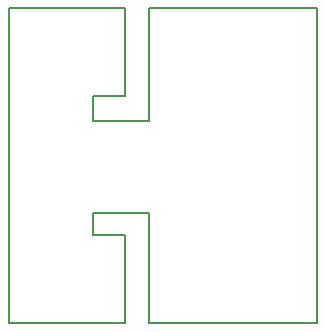
<source format=gbr>
%TF.GenerationSoftware,KiCad,Pcbnew,(7.0.0-rc1-287-ga9cb8e9a8d)*%
%TF.CreationDate,2023-01-20T15:36:01-06:00*%
%TF.ProjectId,Banana to USB Adapter,42616e61-6e61-4207-946f-205553422041,rev?*%
%TF.SameCoordinates,Original*%
%TF.FileFunction,Profile,NP*%
%FSLAX46Y46*%
G04 Gerber Fmt 4.6, Leading zero omitted, Abs format (unit mm)*
G04 Created by KiCad (PCBNEW (7.0.0-rc1-287-ga9cb8e9a8d)) date 2023-01-20 15:36:01*
%MOMM*%
%LPD*%
G01*
G04 APERTURE LIST*
%TA.AperFunction,Profile*%
%ADD10C,0.150000*%
%TD*%
G04 APERTURE END LIST*
D10*
X139725400Y-86131400D02*
X139725400Y-93548200D01*
X137007600Y-93548200D01*
X137007600Y-95631000D01*
X140427579Y-95631000D01*
X141732000Y-95631000D01*
X141732000Y-86106000D01*
X155956000Y-86106000D01*
X155956000Y-112699800D01*
X141732000Y-112699800D01*
X141732000Y-103403400D01*
X139700000Y-103403400D01*
X137007600Y-103403400D01*
X137007600Y-105257600D01*
X139700000Y-105257600D01*
X139700000Y-112725200D01*
X139674600Y-112750600D01*
X129870200Y-112750600D01*
X129870200Y-86106000D01*
X139700000Y-86106000D01*
X139725400Y-86131400D01*
M02*

</source>
